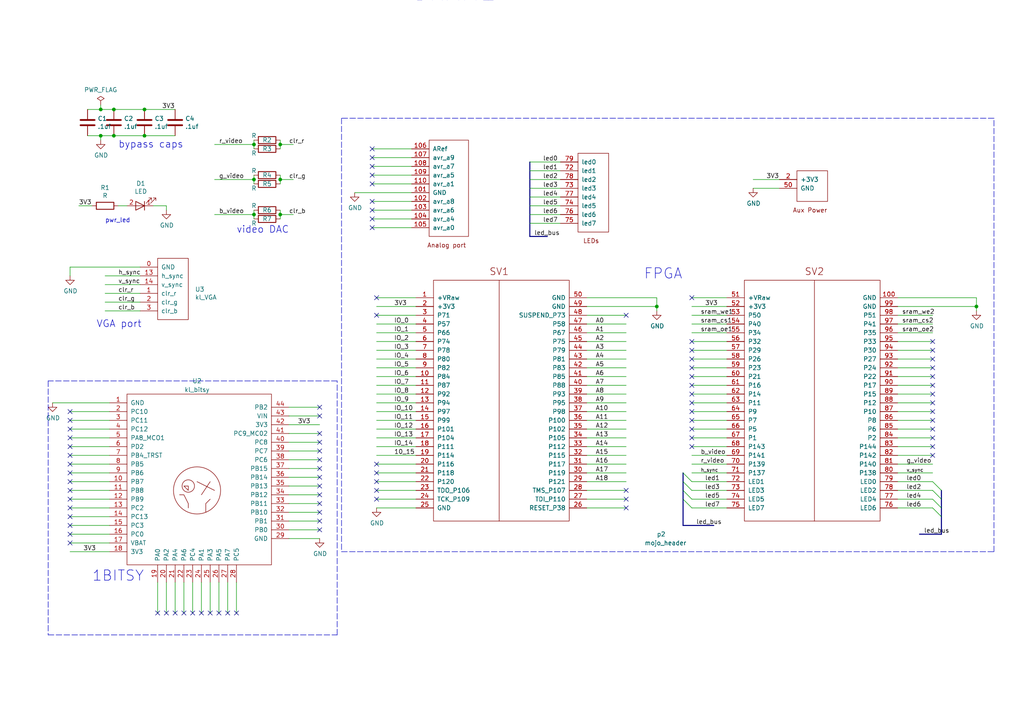
<source format=kicad_sch>
(kicad_sch (version 20231120) (generator "eeschema") (generator_version "8.0")
  (paper "A4")
  (junction (at 81.28 52.07))
  (junction (at 190.5 88.9))
  (junction (at 283.21 88.9))
  (junction (at 90.17 -81.28))
  (junction (at 29.21 39.37))
  (junction (at 73.66 52.07))
  (junction (at 41.91 31.75))
  (junction (at 41.91 39.37))
  (junction (at 73.66 62.23))
  (junction (at 33.02 39.37))
  (junction (at 73.66 41.91))
  (junction (at 33.02 31.75))
  (junction (at 29.21 31.75))
  (junction (at 123.19 -81.28))
  (junction (at 81.28 41.91))
  (junction (at 81.28 62.23))
  (no_connect (at 92.71 148.59))
  (no_connect (at 270.51 111.76))
  (no_connect (at 200.66 109.22))
  (no_connect (at 107.95 43.18))
  (no_connect (at 20.32 119.38))
  (no_connect (at 200.66 127))
  (no_connect (at 92.71 146.05))
  (no_connect (at 92.71 128.27))
  (no_connect (at 20.32 157.48))
  (no_connect (at 270.51 129.54))
  (no_connect (at 109.22 139.7))
  (no_connect (at 107.95 45.72))
  (no_connect (at 109.22 134.62))
  (no_connect (at 181.61 147.32))
  (no_connect (at 109.22 137.16))
  (no_connect (at 107.95 58.42))
  (no_connect (at 20.32 152.4))
  (no_connect (at 200.66 104.14))
  (no_connect (at 109.22 142.24))
  (no_connect (at 20.32 121.92))
  (no_connect (at 200.66 124.46))
  (no_connect (at 200.66 129.54))
  (no_connect (at 20.32 139.7))
  (no_connect (at 200.66 121.92))
  (no_connect (at 270.51 121.92))
  (no_connect (at 270.51 132.08))
  (no_connect (at 20.32 134.62))
  (no_connect (at 20.32 149.86))
  (no_connect (at 109.22 86.36))
  (no_connect (at 270.51 127))
  (no_connect (at 92.71 135.89))
  (no_connect (at 109.22 144.78))
  (no_connect (at 200.66 86.36))
  (no_connect (at 20.32 137.16))
  (no_connect (at 92.71 130.81))
  (no_connect (at 270.51 109.22))
  (no_connect (at 45.72 177.8))
  (no_connect (at 200.66 119.38))
  (no_connect (at 107.95 50.8))
  (no_connect (at 58.42 177.8))
  (no_connect (at 20.32 127))
  (no_connect (at 200.66 111.76))
  (no_connect (at 200.66 114.3))
  (no_connect (at 109.22 91.44))
  (no_connect (at 92.71 133.35))
  (no_connect (at 200.66 106.68))
  (no_connect (at 92.71 151.13))
  (no_connect (at 92.71 143.51))
  (no_connect (at 92.71 153.67))
  (no_connect (at 20.32 154.94))
  (no_connect (at 20.32 132.08))
  (no_connect (at 200.66 99.06))
  (no_connect (at 55.88 177.8))
  (no_connect (at 20.32 142.24))
  (no_connect (at 20.32 124.46))
  (no_connect (at 20.32 129.54))
  (no_connect (at 20.32 144.78))
  (no_connect (at 50.8 177.8))
  (no_connect (at 270.51 104.14))
  (no_connect (at 107.95 66.04))
  (no_connect (at 20.32 147.32))
  (no_connect (at 48.26 177.8))
  (no_connect (at 60.96 177.8))
  (no_connect (at 53.34 177.8))
  (no_connect (at 107.95 63.5))
  (no_connect (at 270.51 99.06))
  (no_connect (at 200.66 116.84))
  (no_connect (at 270.51 114.3))
  (no_connect (at 92.71 125.73))
  (no_connect (at 200.66 101.6))
  (no_connect (at 68.58 177.8))
  (no_connect (at 181.61 144.78))
  (no_connect (at 92.71 140.97))
  (no_connect (at 92.71 120.65))
  (no_connect (at 92.71 118.11))
  (no_connect (at 270.51 124.46))
  (no_connect (at 107.95 53.34))
  (no_connect (at 107.95 60.96))
  (no_connect (at 270.51 116.84))
  (no_connect (at 270.51 106.68))
  (no_connect (at 92.71 138.43))
  (no_connect (at 270.51 101.6))
  (no_connect (at 270.51 119.38))
  (no_connect (at 181.61 91.44))
  (no_connect (at 63.5 177.8))
  (no_connect (at 66.04 177.8))
  (no_connect (at 181.61 142.24))
  (no_connect (at 107.95 48.26))
  (bus_entry (at 101.6 -22.86) (size 2.54 2.54))
  (bus_entry (at 101.6 -50.8) (size 2.54 2.54))
  (bus_entry (at 21.59 -62.23) (size 2.54 2.54))
  (bus_entry (at 72.39 -16.51) (size 2.54 2.54))
  (bus_entry (at 101.6 -20.32) (size 2.54 2.54))
  (bus_entry (at 21.59 -44.45) (size 2.54 2.54))
  (bus_entry (at 153.67 -63.5) (size 2.54 2.54))
  (bus_entry (at 152.4 -10.16) (size 2.54 2.54))
  (bus_entry (at 152.4 -30.48) (size 2.54 2.54))
  (bus_entry (at 101.6 -45.72) (size 2.54 2.54))
  (bus_entry (at 270.51 144.78) (size 2.54 2.54))
  (bus_entry (at 21.59 -46.99) (size 2.54 2.54))
  (bus_entry (at 21.59 -52.07) (size 2.54 2.54))
  (bus_entry (at 152.4 -27.94) (size 2.54 2.54))
  (bus_entry (at 21.59 -21.59) (size 2.54 2.54))
  (bus_entry (at 152.4 -33.02) (size 2.54 2.54))
  (bus_entry (at 152.4 -40.64) (size 2.54 2.54))
  (bus_entry (at 101.6 -33.02) (size 2.54 2.54))
  (bus_entry (at 21.59 -57.15) (size 2.54 2.54))
  (bus_entry (at 270.51 147.32) (size 2.54 2.54))
  (bus_entry (at 72.39 -19.05) (size 2.54 2.54))
  (bus_entry (at 101.6 -60.96) (size 2.54 2.54))
  (bus_entry (at 72.39 -49.53) (size 2.54 2.54))
  (bus_entry (at 21.59 -16.51) (size 2.54 2.54))
  (bus_entry (at 72.39 -44.45) (size 2.54 2.54))
  (bus_entry (at 21.59 -24.13) (size 2.54 2.54))
  (bus_entry (at 72.39 -26.67) (size 2.54 2.54))
  (bus_entry (at 101.6 -63.5) (size 2.54 2.54))
  (bus_entry (at 101.6 -43.18) (size 2.54 2.54))
  (bus_entry (at 72.39 -21.59) (size 2.54 2.54))
  (bus_entry (at 73.66 -64.77) (size 2.54 2.54))
  (bus_entry (at 152.4 -20.32) (size 2.54 2.54))
  (bus_entry (at 73.66 -62.23) (size 2.54 2.54))
  (bus_entry (at 101.6 -15.24) (size 2.54 2.54))
  (bus_entry (at 198.12 144.78) (size 2.54 2.54))
  (bus_entry (at 72.39 -13.97) (size 2.54 2.54))
  (bus_entry (at 72.39 -24.13) (size 2.54 2.54))
  (bus_entry (at 72.39 -31.75) (size 2.54 2.54))
  (bus_entry (at 270.51 142.24) (size 2.54 2.54))
  (bus_entry (at 101.6 -55.88) (size 2.54 2.54))
  (bus_entry (at 198.12 142.24) (size 2.54 2.54))
  (bus_entry (at 153.67 -60.96) (size 2.54 2.54))
  (bus_entry (at 152.4 -45.72) (size 2.54 2.54))
  (bus_entry (at 21.59 -29.21) (size 2.54 2.54))
  (bus_entry (at 152.4 -22.86) (size 2.54 2.54))
  (bus_entry (at 72.39 -46.99) (size 2.54 2.54))
  (bus_entry (at 198.12 137.16) (size 2.54 2.54))
  (bus_entry (at 72.39 -34.29) (size 2.54 2.54))
  (bus_entry (at 21.59 -59.69) (size 2.54 2.54))
  (bus_entry (at 101.6 -17.78) (size 2.54 2.54))
  (bus_entry (at 72.39 -41.91) (size 2.54 2.54))
  (bus_entry (at 152.4 -25.4) (size 2.54 2.54))
  (bus_entry (at 21.59 -34.29) (size 2.54 2.54))
  (bus_entry (at 101.6 -58.42) (size 2.54 2.54))
  (bus_entry (at 152.4 -12.7) (size 2.54 2.54))
  (bus_entry (at 21.59 -49.53) (size 2.54 2.54))
  (bus_entry (at 101.6 -66.04) (size 2.54 2.54))
  (bus_entry (at 101.6 -27.94) (size 2.54 2.54))
  (bus_entry (at 21.59 -67.31) (size 2.54 2.54))
  (bus_entry (at 152.4 -17.78) (size 2.54 2.54))
  (bus_entry (at 101.6 -12.7) (size 2.54 2.54))
  (bus_entry (at 72.39 -11.43) (size 2.54 2.54))
  (bus_entry (at 101.6 -48.26) (size 2.54 2.54))
  (bus_entry (at 73.66 -59.69) (size 2.54 2.54))
  (bus_entry (at 152.4 -48.26) (size 2.54 2.54))
  (bus_entry (at 21.59 -36.83) (size 2.54 2.54))
  (bus_entry (at 21.59 -13.97) (size 2.54 2.54))
  (bus_entry (at 152.4 -15.24) (size 2.54 2.54))
  (bus_entry (at 101.6 -35.56) (size 2.54 2.54))
  (bus_entry (at 101.6 -30.48) (size 2.54 2.54))
  (bus_entry (at 21.59 -19.05) (size 2.54 2.54))
  (bus_entry (at 21.59 -64.77) (size 2.54 2.54))
  (bus_entry (at 21.59 -31.75) (size 2.54 2.54))
  (bus_entry (at 270.51 139.7) (size 2.54 2.54))
  (bus_entry (at 153.67 -58.42) (size 2.54 2.54))
  (bus_entry (at 152.4 -43.18) (size 2.54 2.54))
  (bus_entry (at 198.12 139.7) (size 2.54 2.54))
  (bus_entry (at 72.39 -29.21) (size 2.54 2.54))
  (wire (pts (xy 73.66 52.07) (xy 62.23 52.07)))
  (bus (pts (xy 21.59 -44.45) (xy 21.59 -36.83)))
  (wire (pts (xy 115.57 -15.24) (xy 104.14 -15.24)))
  (wire (pts (xy 120.65 134.62) (xy 109.22 134.62)))
  (bus (pts (xy 101.6 -17.78) (xy 101.6 -15.24)))
  (wire (pts (xy 115.57 -22.86) (xy 104.14 -22.86)))
  (bus (pts (xy 154.94 -20.32) (xy 154.94 -17.78)))
  (polyline (pts (xy 13.97 184.15) (xy 97.79 184.15)) (stroke (width 0) (type dash)))
  (wire (pts (xy 170.18 109.22) (xy 181.61 109.22)))
  (wire (pts (xy 210.82 96.52) (xy 200.66 96.52)))
  (wire (pts (xy 35.56 -11.43) (xy 24.13 -11.43)))
  (wire (pts (xy 210.82 114.3) (xy 200.66 114.3)))
  (wire (pts (xy 210.82 129.54) (xy 200.66 129.54)))
  (wire (pts (xy 210.82 124.46) (xy 200.66 124.46)))
  (wire (pts (xy 81.28 41.91) (xy 81.28 40.64)))
  (bus (pts (xy 154.94 -45.72) (xy 161.29 -45.72)))
  (wire (pts (xy 170.18 88.9) (xy 190.5 88.9)))
  (wire (pts (xy 170.18 121.92) (xy 181.61 121.92)))
  (wire (pts (xy 260.35 119.38) (xy 270.51 119.38)))
  (wire (pts (xy 64.77 -13.97) (xy 72.39 -13.97)))
  (wire (pts (xy 64.77 -31.75) (xy 72.39 -31.75)))
  (wire (pts (xy 144.78 -55.88) (xy 152.4 -55.88)))
  (wire (pts (xy 144.78 -48.26) (xy 152.4 -48.26)))
  (wire (pts (xy 144.78 -35.56) (xy 152.4 -35.56)))
  (wire (pts (xy 260.35 132.08) (xy 270.51 132.08)))
  (wire (pts (xy 113.03 -82.55) (xy 123.19 -82.55)))
  (wire (pts (xy 66.04 168.91) (xy 66.04 177.8)))
  (wire (pts (xy 120.65 147.32) (xy 109.22 147.32)))
  (bus (pts (xy 21.59 -62.23) (xy 21.59 -59.69)))
  (wire (pts (xy 115.57 -12.7) (xy 104.14 -12.7)))
  (wire (pts (xy 170.18 104.14) (xy 181.61 104.14)))
  (bus (pts (xy 74.93 -39.37) (xy 74.93 -31.75)))
  (wire (pts (xy 210.82 121.92) (xy 200.66 121.92)))
  (wire (pts (xy 83.82 125.73) (xy 92.71 125.73)))
  (wire (pts (xy 31.75 121.92) (xy 20.32 121.92)))
  (wire (pts (xy 260.35 116.84) (xy 270.51 116.84)))
  (wire (pts (xy 64.77 -46.99) (xy 72.39 -46.99)))
  (wire (pts (xy 83.82 120.65) (xy 92.71 120.65)))
  (wire (pts (xy 35.56 -62.23) (xy 24.13 -62.23)))
  (wire (pts (xy 115.57 -55.88) (xy 104.14 -55.88)))
  (wire (pts (xy 35.56 -26.67) (xy 24.13 -26.67)))
  (polyline (pts (xy 99.06 160.02) (xy 288.29 160.02)) (stroke (width 0) (type dash)))
  (wire (pts (xy 40.64 90.17) (xy 30.48 90.17)))
  (wire (pts (xy 144.78 -58.42) (xy 153.67 -58.42)))
  (wire (pts (xy 35.56 -54.61) (xy 24.13 -54.61)))
  (wire (pts (xy 260.35 114.3) (xy 270.51 114.3)))
  (bus (pts (xy 101.6 -45.72) (xy 101.6 -43.18)))
  (wire (pts (xy 31.75 160.02) (xy 20.32 160.02)))
  (wire (pts (xy 45.72 168.91) (xy 45.72 177.8)))
  (wire (pts (xy 170.18 116.84) (xy 181.61 116.84)))
  (wire (pts (xy 73.66 52.07) (xy 73.66 53.34)))
  (wire (pts (xy 170.18 93.98) (xy 181.61 93.98)))
  (bus (pts (xy 101.6 -68.58) (xy 101.6 -66.04)))
  (bus (pts (xy 101.6 -60.96) (xy 101.6 -58.42)))
  (wire (pts (xy 115.57 -45.72) (xy 104.14 -45.72)))
  (wire (pts (xy 162.56 62.23) (xy 153.67 62.23)))
  (wire (pts (xy 50.8 168.91) (xy 50.8 177.8)))
  (wire (pts (xy 29.21 31.75) (xy 33.02 31.75)))
  (wire (pts (xy 31.75 137.16) (xy 20.32 137.16)))
  (wire (pts (xy 64.77 -62.23) (xy 73.66 -62.23)))
  (wire (pts (xy 31.75 127) (xy 20.32 127)))
  (bus (pts (xy 74.93 -21.59) (xy 82.55 -21.59)))
  (wire (pts (xy 83.82 148.59) (xy 92.71 148.59)))
  (bus (pts (xy 101.6 -22.86) (xy 101.6 -20.32)))
  (wire (pts (xy 31.75 116.84) (xy 15.24 116.84)))
  (bus (pts (xy 21.59 -64.77) (xy 21.59 -62.23)))
  (bus (pts (xy 101.6 -30.48) (xy 101.6 -27.94)))
  (bus (pts (xy 154.94 -10.16) (xy 154.94 -7.62)))
  (wire (pts (xy 73.66 62.23) (xy 62.23 62.23)))
  (bus (pts (xy 154.94 -20.32) (xy 162.56 -20.32)))
  (bus (pts (xy 21.59 -34.29) (xy 21.59 -31.75)))
  (wire (pts (xy 226.06 54.61) (xy 218.44 54.61)))
  (wire (pts (xy 55.88 168.91) (xy 55.88 177.8)))
  (wire (pts (xy 35.56 -31.75) (xy 24.13 -31.75)))
  (wire (pts (xy 170.18 144.78) (xy 181.61 144.78)))
  (wire (pts (xy 144.78 -30.48) (xy 152.4 -30.48)))
  (wire (pts (xy 144.78 -45.72) (xy 152.4 -45.72)))
  (bus (pts (xy 21.59 -19.05) (xy 21.59 -16.51)))
  (wire (pts (xy 260.35 147.32) (xy 270.51 147.32)))
  (bus (pts (xy 74.93 -16.51) (xy 74.93 -13.97)))
  (wire (pts (xy 144.78 -60.96) (xy 153.67 -60.96)))
  (wire (pts (xy 170.18 124.46) (xy 181.61 124.46)))
  (wire (pts (xy 29.21 31.75) (xy 29.21 30.48)))
  (bus (pts (xy 101.6 -66.04) (xy 101.6 -63.5)))
  (wire (pts (xy 120.65 124.46) (xy 109.22 124.46)))
  (wire (pts (xy 260.35 137.16) (xy 270.51 137.16)))
  (wire (pts (xy 120.65 86.36) (xy 109.22 86.36)))
  (wire (pts (xy 81.28 52.07) (xy 81.28 50.8)))
  (wire (pts (xy 210.82 101.6) (xy 200.66 101.6)))
  (wire (pts (xy 260.35 96.52) (xy 270.51 96.52)))
  (wire (pts (xy 260.35 111.76) (xy 270.51 111.76)))
  (wire (pts (xy 119.38 43.18) (xy 107.95 43.18)))
  (wire (pts (xy 33.02 39.37) (xy 29.21 39.37)))
  (wire (pts (xy 170.18 129.54) (xy 181.61 129.54)))
  (wire (pts (xy 115.57 -30.48) (xy 104.14 -30.48)))
  (wire (pts (xy 58.42 168.91) (xy 58.42 177.8)))
  (wire (pts (xy 35.56 -57.15) (xy 24.13 -57.15)))
  (wire (pts (xy 210.82 132.08) (xy 200.66 132.08)))
  (wire (pts (xy 120.65 127) (xy 109.22 127)))
  (wire (pts (xy 162.56 52.07) (xy 153.67 52.07)))
  (wire (pts (xy 120.65 106.68) (xy 109.22 106.68)))
  (polyline (pts (xy 13.97 110.49) (xy 13.97 184.15)) (stroke (width 0) (type dash)))
  (wire (pts (xy 144.78 -38.1) (xy 149.86 -38.1)))
  (wire (pts (xy 210.82 106.68) (xy 200.66 106.68)))
  (wire (pts (xy 64.77 -11.43) (xy 72.39 -11.43)))
  (wire (pts (xy 170.18 106.68) (xy 181.61 106.68)))
  (wire (pts (xy 170.18 139.7) (xy 181.61 139.7)))
  (wire (pts (xy 40.64 80.01) (xy 30.48 80.01)))
  (bus (pts (xy 21.59 -24.13) (xy 21.59 -21.59)))
  (wire (pts (xy 81.28 63.5) (xy 81.28 62.23)))
  (wire (pts (xy 283.21 88.9) (xy 283.21 90.17)))
  (bus (pts (xy 154.94 -43.18) (xy 154.94 -40.64)))
  (wire (pts (xy 119.38 66.04) (xy 107.95 66.04)))
  (wire (pts (xy 170.18 127) (xy 181.61 127)))
  (wire (pts (xy 210.82 144.78) (xy 200.66 144.78)))
  (wire (pts (xy 120.65 101.6) (xy 109.22 101.6)))
  (wire (pts (xy 115.57 -50.8) (xy 104.14 -50.8)))
  (wire (pts (xy 260.35 88.9) (xy 283.21 88.9)))
  (wire (pts (xy 35.56 -59.69) (xy 24.13 -59.69)))
  (bus (pts (xy 74.93 -41.91) (xy 74.93 -39.37)))
  (wire (pts (xy 162.56 57.15) (xy 153.67 57.15)))
  (wire (pts (xy 170.18 99.06) (xy 181.61 99.06)))
  (bus (pts (xy 101.6 -6.35) (xy 107.95 -6.35)))
  (wire (pts (xy 210.82 88.9) (xy 200.66 88.9)))
  (wire (pts (xy 210.82 93.98) (xy 200.66 93.98)))
  (bus (pts (xy 156.21 -60.96) (xy 156.21 -58.42)))
  (wire (pts (xy 64.77 -24.13) (xy 72.39 -24.13)))
  (wire (pts (xy 260.35 91.44) (xy 270.51 91.44)))
  (wire (pts (xy 120.65 111.76) (xy 109.22 111.76)))
  (wire (pts (xy 170.18 111.76) (xy 181.61 111.76)))
  (wire (pts (xy 25.4 31.75) (xy 29.21 31.75)))
  (wire (pts (xy 119.38 53.34) (xy 107.95 53.34)))
  (wire (pts (xy 260.35 104.14) (xy 270.51 104.14)))
  (bus (pts (xy 74.93 -46.99) (xy 74.93 -44.45)))
  (wire (pts (xy 64.77 -54.61) (xy 72.39 -54.61)))
  (wire (pts (xy 210.82 99.06) (xy 200.66 99.06)))
  (bus (pts (xy 101.6 -35.56) (xy 101.6 -33.02)))
  (wire (pts (xy 64.77 -39.37) (xy 69.85 -39.37)))
  (bus (pts (xy 96.52 -50.8) (xy 101.6 -50.8)))
  (wire (pts (xy 102.87 55.88) (xy 119.38 55.88)))
  (wire (pts (xy 31.75 134.62) (xy 20.32 134.62)))
  (bus (pts (xy 21.59 -36.83) (xy 21.59 -34.29)))
  (wire (pts (xy 210.82 134.62) (xy 200.66 134.62)))
  (wire (pts (xy 31.75 157.48) (xy 20.32 157.48)))
  (wire (pts (xy 35.56 -52.07) (xy 24.13 -52.07)))
  (wire (pts (xy 115.57 -20.32) (xy 104.14 -20.32)))
  (wire (pts (xy 123.19 -82.55) (xy 123.19 -81.28)))
  (bus (pts (xy 74.93 -31.75) (xy 74.93 -29.21)))
  (wire (pts (xy 260.35 139.7) (xy 270.51 139.7)))
  (wire (pts (xy 73.66 43.18) (xy 73.66 41.91)))
  (wire (pts (xy 35.56 -21.59) (xy 24.13 -21.59)))
  (bus (pts (xy 154.94 -27.94) (xy 154.94 -25.4)))
  (wire (pts (xy 162.56 59.69) (xy 153.67 59.69)))
  (wire (pts (xy 144.78 -15.24) (xy 152.4 -15.24)))
  (wire (pts (xy 82.55 -82.55) (xy 90.17 -82.55)))
  (wire (pts (xy 83.82 123.19) (xy 92.71 123.19)))
  (wire (pts (xy 120.65 142.24) (xy 109.22 142.24)))
  (wire (pts (xy 144.78 -20.32) (xy 152.4 -20.32)))
  (wire (pts (xy 144.78 -40.64) (xy 152.4 -40.64)))
  (wire (pts (xy 144.78 -22.86) (xy 152.4 -22.86)))
  (wire (pts (xy 260.35 127) (xy 270.51 127)))
  (bus (pts (xy 74.93 -44.45) (xy 74.93 -41.91)))
  (wire (pts (xy 40.64 82.55) (xy 30.48 82.55)))
  (bus (pts (xy 154.94 -25.4) (xy 154.94 -22.86)))
  (wire (pts (xy 170.18 137.16) (xy 181.61 137.16)))
  (wire (pts (xy 64.77 -52.07) (xy 72.39 -52.07)))
  (bus (pts (xy 101.6 -12.7) (xy 101.6 -6.35)))
  (bus (pts (xy 154.94 -38.1) (xy 154.94 -30.48)))
  (wire (pts (xy 115.57 -43.18) (xy 104.14 -43.18)))
  (wire (pts (xy 120.65 139.7) (xy 109.22 139.7)))
  (wire (pts (xy 260.35 93.98) (xy 270.51 93.98)))
  (bus (pts (xy 21.59 -49.53) (xy 21.59 -46.99)))
  (bus (pts (xy 74.93 -26.67) (xy 74.93 -24.13)))
  (wire (pts (xy 31.75 132.08) (xy 20.32 132.08)))
  (bus (pts (xy 76.2 -62.23) (xy 76.2 -59.69)))
  (wire (pts (xy 144.78 -17.78) (xy 152.4 -17.78)))
  (wire (pts (xy 53.34 168.91) (xy 53.34 177.8)))
  (bus (pts (xy 21.59 -7.62) (xy 27.94 -7.62)))
  (bus (pts (xy 273.05 147.32) (xy 273.05 149.86)))
  (wire (pts (xy 35.56 -34.29) (xy 24.13 -34.29)))
  (wire (pts (xy 68.58 168.91) (xy 68.58 177.8)))
  (wire (pts (xy 144.78 -10.16) (xy 152.4 -10.16)))
  (bus (pts (xy 76.2 -59.69) (xy 76.2 -57.15)))
  (wire (pts (xy 260.35 106.68) (xy 270.51 106.68)))
  (wire (pts (xy 31.75 124.46) (xy 20.32 124.46)))
  (wire (pts (xy 115.57 -38.1) (xy 104.14 -38.1)))
  (wire (pts (xy 210.82 147.32) (xy 200.66 147.32)))
  (wire (pts (xy 260.35 101.6) (xy 270.51 101.6)))
  (wire (pts (xy 210.82 111.76) (xy 200.66 111.76)))
  (bus (pts (xy 198.12 142.24) (xy 198.12 144.78)))
  (wire (pts (xy 81.28 62.23) (xy 81.28 60.96)))
  (wire (pts (xy 64.77 -26.67) (xy 72.39 -26.67)))
  (bus (pts (xy 273.05 154.94) (xy 266.7 154.94)))
  (wire (pts (xy 64.77 -41.91) (xy 72.39 -41.91)))
  (bus (pts (xy 21.59 -31.75) (xy 21.59 -29.21)))
  (wire (pts (xy 120.65 129.54) (xy 109.22 129.54)))
  (bus (pts (xy 21.59 -46.99) (xy 21.59 -44.45)))
  (bus (pts (xy 74.93 -8.89) (xy 74.93 -5.08)))
  (wire (pts (xy 35.56 -24.13) (xy 24.13 -24.13)))
  (bus (pts (xy 154.94 -40.64) (xy 154.94 -38.1)))
  (wire (pts (xy 260.35 86.36) (xy 283.21 86.36)))
  (wire (pts (xy 260.35 109.22) (xy 270.51 109.22)))
  (polyline (pts (xy 97.79 110.49) (xy 13.97 110.49)) (stroke (width 0) (type dash)))
  (bus (pts (xy 21.59 -13.97) (xy 21.59 -7.62)))
  (wire (pts (xy 83.82 151.13) (xy 92.71 151.13)))
  (wire (pts (xy 115.57 -10.16) (xy 104.14 -10.16)))
  (wire (pts (xy 50.8 39.37) (xy 41.91 39.37)))
  (wire (pts (xy 162.56 46.99) (xy 153.67 46.99)))
  (wire (pts (xy 90.17 -80.01) (xy 90.17 -81.28)))
  (wire (pts (xy 260.35 144.78) (xy 270.51 144.78)))
  (bus (pts (xy 101.6 -43.18) (xy 101.6 -35.56)))
  (wire (pts (xy 31.75 142.24) (xy 20.32 142.24)))
  (wire (pts (xy 144.78 -63.5) (xy 153.67 -63.5)))
  (wire (pts (xy 120.65 121.92) (xy 109.22 121.92)))
  (bus (pts (xy 273.05 142.24) (xy 273.05 144.78)))
  (wire (pts (xy 35.56 -49.53) (xy 24.13 -49.53)))
  (wire (pts (xy 123.19 -81.28) (xy 123.19 -80.01)))
  (wire (pts (xy 144.78 -33.02) (xy 152.4 -33.02)))
  (wire (pts (xy 31.75 129.54) (xy 20.32 129.54)))
  (wire (pts (xy 260.35 99.06) (xy 270.51 99.06)))
  (wire (pts (xy 26.67 59.69) (xy 22.86 59.69)))
  (wire (pts (xy 63.5 168.91) (xy 63.5 177.8)))
  (wire (pts (xy 34.29 59.69) (xy 36.83 59.69)))
  (wire (pts (xy 210.82 86.36) (xy 200.66 86.36)))
  (wire (pts (xy 115.57 -17.78) (xy 104.14 -17.78)))
  (wire (pts (xy 120.65 137.16) (xy 109.22 137.16)))
  (bus (pts (xy 198.12 152.4) (xy 207.01 152.4)))
  (wire (pts (xy 119.38 50.8) (xy 107.95 50.8)))
  (wire (pts (xy 115.57 -25.4) (xy 104.14 -25.4)))
  (wire (pts (xy 144.78 -12.7) (xy 152.4 -12.7)))
  (bus (pts (xy 101.6 -68.58) (xy 99.06 -68.58)))
  (wire (pts (xy 170.18 114.3) (xy 181.61 114.3)))
  (wire (pts (xy 35.56 -36.83) (xy 30.48 -36.83)))
  (bus (pts (xy 21.59 -52.07) (xy 21.59 -49.53)))
  (wire (pts (xy 123.19 -81.28) (xy 127 -81.28)))
  (wire (pts (xy 29.21 39.37) (xy 29.21 40.64)))
  (wire (pts (xy 170.18 134.62) (xy 181.61 134.62)))
  (wire (pts (xy 170.18 101.6) (xy 181.61 101.6)))
  (bus (pts (xy 156.21 -60.96) (xy 162.56 -60.96)))
  (wire (pts (xy 144.78 -53.34) (xy 152.4 -53.34)))
  (polyline (pts (xy 288.29 34.29) (xy 99.06 34.29)) (stroke (width 0) (type dash)))
  (bus (pts (xy 154.94 -30.48) (xy 154.94 -27.94)))
  (wire (pts (xy 170.18 132.08) (xy 181.61 132.08)))
  (bus (pts (xy 76.2 -62.23) (xy 82.55 -62.23)))
  (bus (pts (xy 154.94 -15.24) (xy 154.94 -12.7)))
  (bus (pts (xy 198.12 144.78) (xy 198.12 152.4)))
  (bus (pts (xy 154.94 -17.78) (xy 154.94 -15.24)))
  (wire (pts (xy 64.77 -21.59) (xy 72.39 -21.59)))
  (bus (pts (xy 21.59 -67.31) (xy 21.59 -64.77)))
  (bus (pts (xy 154.94 -45.72) (xy 154.94 -43.18)))
  (bus (pts (xy 101.6 -63.5) (xy 101.6 -60.96)))
  (bus (pts (xy 21.59 -59.69) (xy 21.59 -57.15)))
  (wire (pts (xy 260.35 142.24) (xy 270.51 142.24)))
  (wire (pts (xy 210.82 91.44) (xy 200.66 91.44)))
  (wire (pts (xy 210.82 127) (xy 200.66 127)))
  (wire (pts (xy 162.56 54.61) (xy 153.67 54.61)))
  (wire (pts (xy 170.18 119.38) (xy 181.61 119.38)))
  (wire (pts (xy 107.95 -82.55) (xy 99.06 -82.55)))
  (wire (pts (xy 81.28 52.07) (xy 85.09 52.07)))
  (wire (pts (xy 115.57 -35.56) (xy 110.49 -35.56)))
  (polyline (pts (xy 97.79 184.15) (xy 97.79 110.49)) (stroke (width 0) (type dash)))
  (wire (pts (xy 144.78 -43.18) (xy 152.4 -43.18)))
  (wire (pts (xy 120.65 99.06) (xy 109.22 99.06)))
  (wire (pts (xy 115.57 -60.96) (xy 104.14 -60.96)))
  (bus (pts (xy 153.67 46.99) (xy 153.67 68.58)))
  (wire (pts (xy 35.56 -41.91) (xy 24.13 -41.91)))
  (wire (pts (xy 64.77 -36.83) (xy 72.39 -36.83)))
  (bus (pts (xy 74.93 -29.21) (xy 74.93 -26.67)))
  (wire (pts (xy 40.64 87.63) (xy 30.48 87.63)))
  (wire (pts (xy 119.38 63.5) (xy 107.95 63.5)))
  (wire (pts (xy 210.82 142.24) (xy 200.66 142.24)))
  (bus (pts (xy 198.12 137.16) (xy 198.12 139.7)))
  (wire (pts (xy 119.38 58.42) (xy 107.95 58.42)))
  (wire (pts (xy 120.65 104.14) (xy 109.22 104.14)))
  (bus (pts (xy 101.6 -33.02) (xy 101.6 -30.48)))
  (wire (pts (xy 115.57 -58.42) (xy 104.14 -58.42)))
  (wire (pts (xy 60.96 168.91) (xy 60.96 177.8)))
  (wire (pts (xy 35.56 -13.97) (xy 24.13 -13.97)))
  (wire (pts (xy 64.77 -57.15) (xy 72.39 -57.15)))
  (bus (pts (xy 101.6 -20.32) (xy 101.6 -17.78)))
  (wire (pts (xy 73.66 60.96) (xy 73.66 62.23)))
  (wire (pts (xy 64.77 -29.21) (xy 72.39 -29.21)))
  (wire (pts (xy 64.77 -49.53) (xy 72.39 -49.53)))
  (wire (pts (xy 90.17 -81.28) (xy 90.17 -82.55)))
  (wire (pts (xy 24.13 -64.77) (xy 35.56 -64.77)))
  (wire (pts (xy 170.18 142.24) (xy 181.61 142.24)))
  (wire (pts (xy 119.38 48.26) (xy 107.95 48.26)))
  (wire (pts (xy 115.57 -27.94) (xy 104.14 -27.94)))
  (bus (pts (xy 273.05 144.78) (xy 273.05 147.32)))
  (wire (pts (xy 90.17 -81.28) (xy 92.71 -81.28)))
  (wire (pts (xy 81.28 53.34) (xy 81.28 52.07)))
  (wire (pts (xy 83.82 146.05) (xy 92.71 146.05)))
  (wire (pts (xy 119.38 45.72) (xy 107.95 45.72)))
  (wire (pts (xy 120.65 132.08) (xy 109.22 132.08)))
  (bus (pts (xy 21.59 -16.51) (xy 21.59 -13.97)))
  (wire (pts (xy 41.91 31.75) (xy 50.8 31.75)))
  (wire (pts (xy 48.26 59.69) (xy 48.26 60.96)))
  (wire (pts (xy 31.75 144.78) (xy 20.32 144.78)))
  (wire (pts (xy 48.26 168.91) (xy 48.26 177.8)))
  (bus (pts (xy 21.59 -21.59) (xy 21.59 -19.05)))
  (wire (pts (xy 115.57 -33.02) (xy 104.14 -33.02)))
  (bus (pts (xy 101.6 -15.24) (xy 101.6 -12.7)))
  (wire (pts (xy 81.28 41.91) (xy 85.09 41.91)))
  (wire (pts (xy 33.02 31.75) (xy 41.91 31.75)))
  (wire (pts (xy 82.55 -80.01) (xy 90.17 -80.01)))
  (bus (pts (xy 74.93 -46.99) (xy 81.28 -46.99)))
  (wire (pts (xy 35.56 -46.99) (xy 24.13 -46.99)))
  (wire (pts (xy 20.32 77.47) (xy 20.32 80.01)))
  (wire (pts (xy 31.75 147.32) (xy 20.32 147.32)))
  (wire (pts (xy 77.47 -80.01) (xy 68.58 -80.01)))
  (wire (pts (xy 31.75 154.94) (xy 20.32 154.94)))
  (wire (pts (xy 81.28 43.18) (xy 81.28 41.91)))
  (bus (pts (xy 154.94 -7.62) (xy 154.94 -3.81)))
  (wire (pts (xy 44.45 59.69) (xy 48.26 59.69)))
  (wire (pts (xy 83.82 130.81) (xy 92.71 130.81)))
  (bus (pts (xy 74.93 -13.97) (xy 74.93 -11.43)))
  (wire (pts (xy 83.82 156.21) (xy 92.71 156.21)))
  (wire (pts (xy 64.77 -16.51) (xy 72.39 -16.51)))
  (wire (pts (xy 115.57 -48.26) (xy 104.14 -48.26)))
  (wire (pts (xy 210.82 137.16) (xy 200.66 137.16)))
  (wire (pts (xy 170.18 86.36) (xy 190.5 86.36)))
  (wire (pts (xy 162.56 64.77) (xy 153.67 64.77)))
  (bus (pts (xy 16.51 -52.07) (xy 21.59 -52.07)))
  (wire (pts (xy 35.56 -44.45) (xy 24.13 -44.45)))
  (wire (pts (xy 170.18 91.44) (xy 181.61 91.44)))
  (wire (pts (xy 83.82 140.97) (xy 92.71 140.97)))
  (wire (pts (xy 119.38 60.96) (xy 107.95 60.96)))
  (wire (pts (xy 170.18 96.52) (xy 181.61 96.52)))
  (wire (pts (xy 31.75 139.7) (xy 20.32 139.7)))
  (wire (pts (xy 115.57 -40.64) (xy 104.14 -40.64)))
  (wire (pts (xy 31.75 149.86) (xy 20.32 149.86)))
  (wire (pts (xy 120.65 96.52) (xy 109.22 96.52)))
  (bus (pts (xy 101.6 -48.26) (xy 101.6 -45.72)))
  (wire (pts (xy 64.77 -59.69) (xy 73.66 -59.69)))
  (bus (pts (xy 273.05 149.86) (xy 273.05 154.94)))
  (bus (pts (xy 21.59 -69.85) (xy 21.59 -67.31)))
  (wire (pts (xy 113.03 -80.01) (xy 123.19 -80.01)))
  (wire (pts (xy 260.35 134.62) (xy 270.51 134.62)))
  (wire (pts (xy 83.82 135.89) (xy 92.71 135.89)))
  (wire (pts (xy 64.77 -34.29) (xy 72.39 -34.29)))
  (wire (pts (xy 120.65 93.98) (xy 109.22 93.98)))
  (wire (pts (xy 35.56 -19.05) (xy 24.13 -19.05)))
  (wire (pts (xy 35.56 -39.37) (xy 24.13 -39.37)))
  (wire (pts (xy 210.82 139.7) (xy 200.66 139.7)))
  (wire (pts (xy 260.35 129.54) (xy 270.51 129.54)))
  (wire (pts (xy 190.5 86.36) (xy 190.5 88.9)))
  (wire (pts (xy 120.65 116.84) (xy 109.22 116.84)))
  (bus (pts (xy 74.93 -19.05) (xy 74.93 -16.51)))
  (wire (pts (xy 40.64 85.09) (xy 30.48 85.09)))
  (wire (pts (xy 190.5 88.9) (xy 190.5 90.17)))
  (wire (pts (xy 283.21 86.36) (xy 283.21 88.9)))
  (wire (pts (xy 104.14 -63.5) (xy 115.57 -63.5)))
  (wire (pts (xy 162.56 49.53) (xy 153.67 49.53)))
  (bus (pts (xy 154.94 -12.7) (xy 154.94 -10.16)))
  (wire (pts (xy 210.82 109.22) (xy 200.66 109.22)))
  (wire (pts (xy 35.56 -16.51) (xy 24.13 -16.51)))
  (bus (pts (xy 21.59 -69.85) (xy 19.05 -69.85)))
  (wire (pts (xy 64.77 -44.45) (xy 72.39 -44.45)))
  (polyline (pts (xy 288.29 160.02) (xy 288.29 34.29)) (stroke (width 0) (type dash)))
  (wire (pts (xy 73.66 41.91) (xy 73.66 40.64)))
  (wire (pts (xy 73.66 62.23) (xy 73.66 63.5)))
  (wire (pts (xy 120.65 144.78) (xy 109.22 144.78)))
  (wire (pts (xy 77.47 -82.55) (xy 68.58 -82.55)))
  (bus (pts (xy 101.6 -50.8) (xy 101.6 -48.26)))
  (wire (pts (xy 31.75 119.38) (xy 20.32 119.38)))
  (wire (pts (xy 107.95 -80.01) (xy 99.06 -80.01)))
  (wire (pts (xy 120.65 114.3) (xy 109.22 114.3)))
  (bus (pts (xy 153.67 68.58) (xy 158.75 68.58)))
  (wire (pts (xy 120.65 119.38) (xy 109.22 119.38)))
  (bus (pts (xy 198.12 139.7) (xy 198.12 142.24)))
  (wire (pts (xy 120.65 88.9) (xy 109.22 88.9)))
  (wire (pts (xy 144.78 -27.94) (xy 152.4 -27.94)))
  (bus (pts (xy 156.21 -58.42) (xy 156.21 -55.88)))
  (wire (pts (xy 73.66 41.91) (xy 62.23 41.91)))
  (wire (pts (xy 170.18 147.32) (xy 181.61 147.32)))
  (wire (pts (xy 31.75 152.4) (xy 20.32 152.4)))
  (wire (pts (xy 83.82 133.35) (xy 92.71 133.35)))
  (bus (pts (xy 74.93 -11.43) (xy 74.93 -8.89)))
  (wire (pts (xy 83.82 118.11) (xy 92.71 118.11)))
  (wire (pts (xy 35.56 -29.21) (xy 24.13 -29.21)))
  (wire (pts (xy 73.66 50.8) (xy 73.66 52.07)))
  (bus (pts (xy 74.93 -21.59) (xy 74.93 -19.05)))
  (wire (pts (xy 83.82 153.67) (xy 92.71 153.67)))
  (wire (pts (xy 64.77 -19.05) (xy 72.39 -19.05)))
  (wire (pts (xy 83.82 143.51) (xy 92.71 143.51)))
  (wire (pts (xy 226.06 52.07) (xy 218.44 52.07)))
  (wire (pts (xy 64.77 -64.77) (xy 73.66 -64.77)))
  (wire (pts (xy 260.35 124.46) (xy 270.51 124.46)))
  (polyline (pts (xy 99.06 34.29) (xy 99.06 160.02)) (stroke (width 0) (type dash)))
  (wire (pts (xy 81.28 62.23) (xy 85.09 62.23)))
  (wire (pts (xy 260.35 121.92) (xy 270.51 121.92)))
  (wire (pts (xy 120.65 91.44) (xy 109.22 91.44)))
  (wire (pts (xy 83.82 128.27) (xy 92.71 128.27)))
  (wire (pts (xy 29.21 39.37) (xy 25.4 39.37)))
  (wire (pts (xy 40.64 77.47) (xy 20.32 77.47)))
  (wire (pts (xy 144.78 -25.4) (xy 152.4 -25.4)))
  (wire (pts (xy 210.82 119.38) (xy 200.66 119.38)))
  (wire (pts (xy 210.82 116.84) (xy 200.66 116.84)))
  (wire (pts (xy 120.65 109.22) (xy 109.22 109.22)))
  (wire (pts (xy 115.57 -53.34) (xy 104.14 -53.34)))
  (wire (pts (xy 83.82 138.43) (xy 92.71 138.43)))
  (wire (pts (xy 210.82 104.14) (xy 200.66 104.14)))
  (wire (pts (xy 144.78 -50.8) (xy 152.4 -50.8)))
  (wire (pts (xy 41.91 39.37) (xy 33.02 39.37)))
  (bus (pts (xy 101.6 -58.42) (xy 101.6 -55.88)))
  (text "bypass caps" (at 34.29 43.18 0) (effects (font (size 2.0066 2.0066)) (justify left bottom)))
  (text "1BITSY\n" (at 26.67 168.91 0) (effects (font (size 2.9972 2.9972)) (justify left bottom)))
  (text "SRAM1\n\n" (at 119.38 8.89 0) (effects (font (size 5.0038 5.0038)) (justify left bottom)))
  (text "pwr_led\n" (at 30.48 64.77 0) (effects (font (size 1.27 1.27)) (justify left bottom)))
  (text "video DAC\n\n" (at 68.58 71.12 0) (effects (font (size 2.0066 2.0066)) (justify left bottom)))
  (text "SRAM2\n\n" (at 39.37 7.62 0) (effects (font (size 5.0038 5.0038)) (justify left bottom)))
  (text "VGA port\n" (at 27.94 95.25 0) (effects (font (size 2.0066 2.0066)) (justify left bottom)))
  (text "FPGA\n" (at 186.69 81.28 0) (effects (font (size 2.9972 2.9972)) (justify left bottom)))
  (label "v_sync" (at 262.89 137.16 0) (effects (font (size 0.9906 0.9906))))
  (label "IO_6" (at 105.41 -27.94 0))
  (label "led4" (at 157.48 57.15 0))
  (label "sram_ub2" (at 99.06 -80.01 0))
  (label "A2" (at 172.72 99.06 0))
  (label "A9" (at 146.05 -17.78 0))
  (label "g_video" (at 63.5 52.07 0))
  (label "sram_oe1" (at 203.2 96.52 0))
  (label "sram_ub2" (at 67.31 -54.61 0))
  (label "A1" (at 172.72 96.52 0))
  (label "addr_bus" (at 20.32 -69.85 0))
  (label "IO_12" (at 147.32 -40.64 0))
  (label "A4" (at 109.22 -63.5 0))
  (label "led6" (at 262.89 147.32 0))
  (label "A5" (at 67.31 -64.77 0))
  (label "IO_4" (at 105.41 -33.02 0))
  (label "IO_5" (at 105.41 -30.48 0))
  (label "3V3" (at 114.3 88.9 0))
  (label "IO_13" (at 114.3 127 0))
  (label "A2" (at 109.22 -58.42 0))
  (label "IO_14" (at 67.31 -46.99 0))
  (label "A4" (at 172.72 104.14 0))
  (label "A5" (at 172.72 106.68 0))
  (label "io_bus" (at 16.51 -52.07 0))
  (label "IO_0" (at 29.21 -49.53 0))
  (label "led7" (at 157.48 64.77 0))
  (label "IO_10" (at 114.3 119.38 0))
  (label "sram_cs2" (at 25.4 -52.07 0))
  (label "IO_12" (at 114.3 124.46 0))
  (label "A7" (at 172.72 111.76 0))
  (label "IO_7" (at 114.3 111.76 0))
  (label "A0" (at 109.22 -53.34 0))
  (label "A5" (at 147.32 -63.5 0))
  (label "IO_15" (at 67.31 -49.53 0))
  (label "IO_13" (at 67.31 -44.45 0))
  (label "A4" (at 29.21 -64.77 0))
  (label "A12" (at 106.68 -10.16 0))
  (label "IO_5" (at 25.4 -31.75 0))
  (label "led7" (at 204.47 147.32 0))
  (label "A7" (at 147.32 -58.42 0))
  (label "led0" (at 157.48 46.99 0))
  (label "3V3" (at 22.86 59.69 0))
  (label "sram_cs1" (at 105.41 -50.8 0))
  (label "clr_b" (at 34.29 90.17 0))
  (label "sram_lb2" (at 99.06 -82.55 0))
  (label "sram_we1" (at 203.2 91.44 0))
  (label "led1" (at 157.48 49.53 0))
  (label "h_sync" (at 203.2 137.16 0) (effects (font (size 0.9906 0.9906))))
  (label "IO_7" (at 25.4 -26.67 0))
  (label "A2" (at 29.21 -59.69 0))
  (label "A1" (at 29.21 -57.15 0))
  (label "b_video" (at 63.5 62.23 0))
  (label "A8" (at 66.04 -21.59 0))
  (label "A16" (at 172.72 134.62 0))
  (label "IO_2" (at 29.21 -44.45 0))
  (label "A16" (at 26.67 -21.59 0))
  (label "clr_g" (at 83.82 52.07 0))
  (label "A13" (at 26.67 -13.97 0))
  (label "A6" (at 172.72 109.22 0))
  (label "3V3" (at 144.78 -35.56 0))
  (label "io_bus" (at 76.2 -46.99 0))
  (label "A9" (at 66.04 -19.05 0))
  (label "clr_g" (at 34.29 87.63 0))
  (label "IO_13" (at 147.32 -43.18 0))
  (label "io_bus" (at 156.21 -45.72 0))
  (label "addr_bus" (at 77.47 -62.23 0))
  (label "3V3" (at 107.95 -38.1 0))
  (label "A1" (at 109.22 -55.88 0))
  (label "sram_oe1" (at 147.32 -55.88 0))
  (label "A8" (at 146.05 -20.32 0))
  (label "sram_cs2" (at 261.62 93.98 0))
  (label "IO_6" (at 114.3 109.22 0))
  (label "IO_3" (at 109.22 -40.64 0))
  (label "A15" (at 106.68 -17.78 0))
  (label "IO_6" (at 25.4 -29.21 0))
  (label "clr_b" (at 83.82 62.23 0))
  (label "IO_1" (at 29.21 -46.99 0))
  (label "IO_4" (at 25.4 -34.29 0))
  (label "A18" (at 146.05 -22.86 0))
  (label "addr_bus" (at 77.47 -21.59 0))
  (label "v_sync" (at 34.29 82.55 0))
  (label "A6" (at 67.31 -62.23 0))
  (label "g_video" (at 262.89 134.62 0))
  (label "A11" (at 66.04 -13.97 0))
  (label "addr_bus" (at 157.48 -20.32 0))
  (label "r_video" (at 63.5 41.91 0))
  (label "A9" (at 172.72 116.84 0))
  (label "A15" (at 26.67 -19.05 0))
  (label "sram_ub1" (at 147.32 -53.34 0))
  (label "sram_ub1" (at 68.58 -80.01 0))
  (label "sram_oe2" (at 261.62 96.52 0))
  (label "IO_11" (at 146.05 -33.02 0))
  (label "led_bus" (at 201.93 152.4 0))
  (label "sram_lb1" (at 147.32 -50.8 0))
  (label "A16" (at 106.68 -20.32 0))
  (label "sram_we2" (at 261.62 91.44 0))
  (label "A17" (at 146.05 -10.16 0))
  (label "r_video" (at 203.2 134.62 0))
  (label "A14" (at 106.68 -15.24 0))
  (label "clr_r" (at 83.82 41.91 0))
  (label "sram_lb1" (at 68.58 -82.55 0))
  (label "h_sync" (at 34.29 80.01 0))
  (label "IO_11" (at 114.3 121.92 0))
  (label "b_video" (at 203.2 132.08 0))
  (label "sram_we1" (at 106.68 -22.86 0))
  (label "IO_10" (at 66.04 -31.75 0))
  (label "3V3" (at 24.13 160.02 0))
  (label "A7" (at 67.31 -59.69 0))
  (label "IO_2" (at 109.22 -43.18 0))
  (label "led_bus" (at 154.94 68.58 0))
  (label "addr_bus" (at 157.48 -60.96 0))
  (label "10_15" (at 114.3 132.08 0))
  (label "3V3" (at 46.99 31.75 0))
  (label "A14" (at 172.72 129.54 0))
  (label "A13" (at 106.68 -12.7 0))
  (label "3V3" (at 27.94 -39.37 0))
  (label "IO_11" (at 66.04 -34.29 0))
  (label "A11" (at 172.72 121.92 0))
  (label "led2" (at 157.48 52.07 0))
  (label "IO_5" (at 114.3 106.68 0))
  (label "A3" (at 172.72 101.6 0))
  (label "led5" (at 157.48 59.69 0))
  (label "IO_0" (at 114.3 93.98 0))
  (label "sram_lb2" (at 67.31 -52.07 0))
  (label "IO_3" (at 114.3 101.6 0))
  (label "A13" (at 172.72 127 0))
  (label "led3" (at 204.47 142.24 0))
  (label "IO_14" (at 114.3 129.54 0))
  (label "A8" (at 172.72 114.3 0))
  (label "A3" (at 109.22 -60.96 0))
  (label "IO_9" (at 66.04 -29.21 0))
  (label "A15" (at 172.72 132.08 0))
  (label "IO_8" (at 146.05 -25.4 0))
  (label "IO_8" (at 114.3 114.3 0))
  (label "led4" (at 262.89 144.78 0))
  (label "IO_8" (at 66.04 -26.67 0))
  (label "A18" (at 66.04 -24.13 0))
  (label "led6" (at 157.48 62.23 0))
  (label "IO_7" (at 105.41 -25.4 0))
  (label "IO_2" (at 114.3 99.06 0))
  (label "A10" (at 172.72 119.38 0))
  (label "A6" (at 147.32 -60.96 0))
  (label "A10" (at 66.04 -16.51 0))
  (label "A0" (at 29.21 -54.61 0))
  (label "IO_12" (at 67.31 -41.91 0))
  (label "A17" (at 172.72 137.16 0))
  (label "led_bus" (at 267.97 154.94 0))
  (label "led5" (at 204.47 144.78 0))
  (label "led3" (at 157.48 54.61 0))
  (label "IO_9" (at 146.05 -27.94 0))
  (label "A3" (at 29.21 -62.23 0))
  (label "clr_r" (at 34.29 85.09 0))
  (label "IO_9" (at 114.3 116.84 0))
  (label "IO_3" (at 29.21 -41.91 0))
  (label "addr_bus" (at 100.33 -68.58 0))
  (label "IO_4" (at 114.3 104.14 0))
  (label "A11" (at 146.05 -12.7 0))
  (label "IO_10" (at 146.05 -30.48 0))
  (label "addr_bus" (at 22.86 -7.62 0))
  (label "IO_1" (at 109.22 -45.72 0))
  (label "addr_bus" (at 102.87 -6.35 0))
  (label "led2" (at 262.89 142.24 0))
  (label "led0" (at 262.89 139.7 0))
  (label "io_bus" (at 96.52 -50.8 0))
  (label "3V3" (at 64.77 -36.83 0))
  (label "IO_15" (at 147.32 -48.26 0))
  (label "A18" (at 172.72 139.7 0))
  (label "3V3" (at 86.36 123.19 0))
  (label "sram_cs1" (at 203.2 93.98 0))
  (label "A17" (at 66.04 -11.43 0))
  (label "A10" (at 146.05 -15.24 0))
  (label "A14" (at 26.67 -16.51 0))
  (label "sram_we2" (at 26.67 -24.13 0))
  (label "A12" (at 26.67 -11.43 0))
  (label "IO_0" (at 109.22 -48.26 0))
  (label "sram_oe2" (at 67.31 -57.15 0))
  (label "3V3" (at 222.25 52.07 0))
  (label "3V3" (at 204.47 88.9 0))
  (label "A0" (at 172.72 93.98 0))
  (label "IO_14" (at 147.32 -45.72 0))
  (label "led1" (at 204.47 139.7 0))
  (label "IO_1" (at 114.3 96.52 0))
  (label "A12" (at 172.72 124.46 0))
  (symbol (lib_id "mojoback_sram-rescue:62WV51212ALL-KL_PARTS") (at 130.81 -3.81 0) (unit 1)
    (property "Reference" "SRAM1" (at 130.175 -70.231 0))
    (property "Value" "62WV51212ALL" (at 130.175 -67.9196 0))
    (property "Footprint" "KICAD_PARTS:KL_TSOP44_Pitch0.8mm" (effects (hide yes)))
  )
  (symbol (lib_id "mojoback_sram-rescue:kl_bitsy-KL_PARTS") (at 53.34 195.58 0) (unit 1)
    (property "Reference" "U2" (at 57.15 110.49 0))
    (property "Value" "kl_bitsy" (at 57.15 113.03 0))
    (property "Footprint" "KICAD_PARTS:kl_bitsy" (effects (hide yes)))
  )
  (symbol (lib_id "mojoback_sram-rescue:kl_VGA-KL_PARTS") (at 38.1 93.98 0) (unit 1)
    (property "Reference" "U3" (at 56.5658 83.9216 0) (effects (justify left)))
    (property "Value" "kl_VGA" (at 56.5658 86.233 0) (effects (justify left)))
    (property "Footprint" "KL_CONNECTORS:KL_VGA" (effects (hide yes)))
  )
  (symbol (lib_id "mojoback_sram-rescue:C-device-mojoback_sram-rescue") (at 25.4 35.56 0) (unit 1)
    (property "Reference" "C1" (at 28.321 34.3916 0) (effects (justify left)))
    (property "Value" ".1uf" (at 28.321 36.703 0) (effects (justify left)))
    (property "Footprint" "Capacitors_SMD:C_1206" (effects (hide yes)))
  )
  (symbol (lib_id "mojoback_sram-rescue:C-device-mojoback_sram-rescue") (at 33.02 35.56 0) (unit 1)
    (property "Reference" "C2" (at 35.941 34.3916 0) (effects (justify left)))
    (property "Value" ".1uf" (at 35.941 36.703 0) (effects (justify left)))
    (property "Footprint" "Capacitors_SMD:C_1206" (effects (hide yes)))
  )
  (symbol (lib_name "mojoback_sram-rescue:mojo_header-KL_PARTS") (lib_id "mojoback_sram-rescue:mojo_header-KL_PARTS") (at 186.69 113.03 0) (unit 1)
    (property "Reference" "p2" (at 191.77 154.94 0))
    (property "Value" "mojo_header" (at 193.04 157.48 0))
    (property "Footprint" "KL_CONNECTORS:mojo_header" (effects (hide yes)))
  )
  (symbol (lib_id "mojoback_sram-rescue:GND-power") (at 29.21 40.64 0) (unit 1)
    (property "Reference" "#PWR07" (effects (hide yes)))
    (property "Value" "GND" (at 29.337 45.0342 0))
  )
  (symbol (lib_id "mojoback_sram-rescue:PWR_FLAG-power") (at 29.21 30.48 0) (unit 1)
    (property "Reference" "#FLG01" (effects (hide yes)))
    (property "Value" "PWR_FLAG" (at 29.21 26.0604 0))
  )
  (symbol (lib_id "mojoback_sram-rescue:GND-power") (at 149.86 -38.1 0) (unit 1)
    (property "Reference" "#PWR02" (effects (hide yes)))
    (property "Value" "GND" (at 151.13 -38.1 0))
  )
  (symbol (lib_id "mojoback_sram-rescue:C-device-mojoback_sram-rescue") (at 41.91 35.56 0) (unit 1)
    (property "Reference" "C3" (at 44.831 34.3916 0) (effects (justify left)))
    (property "Value" ".1uf" (at 44.831 36.703 0) (effects (justify left)))
    (property "Footprint" "Capacitors_SMD:C_1206" (effects (hide yes)))
  )
  (symbol (lib_id "mojoback_sram-rescue:C-device-mojoback_sram-rescue") (at 50.8 35.56 0) (unit 1)
    (property "Reference" "C4" (at 53.721 34.3916 0) (effects (justify left)))
    (property "Value" ".1uf" (at 53.721 36.703 0) (effects (justify left)))
    (property "Footprint" "Capacitors_SMD:C_1206" (effects (hide yes)))
  )
  (symbol (lib_id "mojoback_sram-rescue:62WV51212ALL-KL_PARTS") (at 50.8 -5.08 0) (unit 1)
    (property "Reference" "SRAM2" (at 50.165 -71.501 0))
    (property "Value" "62WV51212ALL" (at 50.165 -69.1896 0))
    (property "Footprint" "KICAD_PARTS:KL_TSOP44_Pitch0.8mm" (effects (hide yes)))
  )
  (symbol (lib_id "mojoback_sram-rescue:GND-power") (at 30.48 -36.83 0) (unit 1)
    (property "Reference" "#PWR011" (effects (hide yes)))
    (property "Value" "GND" (at 30.607 -32.4358 0))
  )
  (symbol (lib_id "mojoback_sram-rescue:GND-power") (at 69.85 -39.37 0) (unit 1)
    (property "Reference" "#PWR012" (effects (hide yes)))
    (property "Value" "GND" (at 71.12 -39.37 0))
  )
  (symbol (lib_id "mojoback_sram-rescue:GND-power") (at 15.24 116.84 0) (unit 1)
    (property "Reference" "#PWR01" (effects (hide yes)))
    (property "Value" "GND" (at 15.367 121.2342 0))
  )
  (symbol (lib_id "mojoback_sram-rescue:GND-power") (at 92.71 156.21 0) (unit 1)
    (property "Reference" "#PWR03" (effects (hide yes)))
    (property "Value" "GND" (at 92.837 160.6042 0))
  )
  (symbol (lib_id "mojoback_sram-rescue:GND-power") (at 218.44 54.61 0) (unit 1)
    (property "Reference" "#PWR09" (effects (hide yes)))
    (property "Value" "GND" (at 218.567 59.0042 0))
  )
  (symbol (lib_id "mojoback_sram-rescue:GND-power") (at 283.21 90.17 0) (unit 1)
    (property "Reference" "#PWR010" (effects (hide yes)))
    (property "Value" "GND" (at 283.337 94.5642 0))
  )
  (symbol (lib_id "mojoback_sram-rescue:R-device-mojoback_sram-rescue") (at 30.48 59.69 270) (unit 1)
    (property "Reference" "R1" (at 30.48 54.4322 90))
    (property "Value" "R" (at 30.48 56.7436 90))
    (property "Footprint" "Resistors_SMD:R_1206" (effects (hide yes)))
  )
  (symbol (lib_id "mojoback_sram-rescue:GND-power") (at 190.5 90.17 0) (unit 1)
    (property "Reference" "#PWR08" (effects (hide yes)))
    (property "Value" "GND" (at 190.627 94.5642 0))
  )
  (symbol (lib_id "mojoback_sram-rescue:GND-power") (at 109.22 147.32 0) (unit 1)
    (property "Reference" "#PWR05" (effects (hide yes)))
    (property "Value" "GND" (at 109.347 151.7142 0))
  )
  (symbol (lib_id "mojoback_sram-rescue:GND-power") (at 102.87 55.88 0) (unit 1)
    (property "Reference" "#PWR04" (effects (hide yes)))
    (property "Value" "GND" (at 102.997 60.2742 0))
  )
  (symbol (lib_id "mojoback_sram-rescue:kl_patch_via_2-KL_PARTS") (at 80.01 -76.2 0) (unit 1)
    (property "Reference" "U1" (at 80.01 -88.265 0))
    (property "Value" "kl_patch_via_2" (at 80.01 -85.9536 0))
    (property "Footprint" "KL_CONNECTORS:KL_port_2X1" (effects (hide yes)))
  )
  (symbol (lib_id "mojoback_sram-rescue:kl_patch_via_2-KL_PARTS") (at 110.49 -76.2 0) (unit 1)
    (property "Reference" "U4" (at 110.49 -88.265 0))
    (property "Value" "kl_patch_via_2" (at 110.49 -85.9536 0))
    (property "Footprint" "KL_CONNECTORS:KL_port_2X1" (effects (hide yes)))
  )
  (symbol (lib_id "mojoback_sram-rescue:GND-power") (at 48.26 60.96 0) (unit 1)
    (property "Reference" "#PWR013" (effects (hide yes)))
    (property "Value" "GND" (at 48.387 65.3542 0))
  )
  (symbol (lib_id "mojoback_sram-rescue:GND-power") (at 20.32 80.01 0) (unit 1)
    (property "Reference" "#PWR014" (effects (hide yes)))
    (property "Value" "GND" (at 20.447 84.4042 0))
  )
  (symbol (lib_id "mojoback_sram-rescue:GND-power") (at 110.49 -35.56 0) (unit 1)
    (property "Reference" "#PWR06" (effects (hide yes)))
    (property "Value" "GND" (at 110.617 -31.1658 0))
  )
  (symbol (lib_id "mojoback_sram-rescue:GND-power") (at 92.71 -81.28 0) (unit 1)
    (property "Reference" "#PWR015" (effects (hide yes)))
    (property "Value" "GND" (at 92.837 -76.8858 0))
  )
  (symbol (lib_id "mojoback_sram-rescue:GND-power") (at 127 -81.28 0) (unit 1)
    (property "Reference" "#PWR016" (effects (hide yes)))
    (property "Value" "GND" (at 127.127 -76.8858 0))
  )
  (symbol (lib_id "mojoback_sram-rescue:LED-device-mojoback_sram-rescue") (at 40.64 59.69 180) (unit 1)
    (property "Reference" "D1" (at 40.8432 53.213 0))
    (property "Value" "LED" (at 40.8432 55.5244 0))
    (property "Footprint" "LEDs:LED_1206" (effects (hide yes)))
  )
  (symbol (lib_id "mojoback_sram-rescue:R-device-mojoback_sram-rescue") (at 77.47 40.64 270) (unit 1)
    (property "Reference" "R2" (at 77.47 40.64 90))
    (property "Value" "R" (at 73.66 39.37 90))
    (property "Footprint" "Resistors_SMD:R_1206" (effects (hide yes)))
  )
  (symbol (lib_id "mojoback_sram-rescue:R-device-mojoback_sram-rescue") (at 77.47 43.18 270) (unit 1)
    (property "Reference" "R3" (at 77.47 43.18 90))
    (property "Value" "R" (at 73.66 44.45 90))
    (property "Footprint" "Resistors_SMD:R_1206" (effects (hide yes)))
  )
  (symbol (lib_id "mojoback_sram-rescue:R-device-mojoback_sram-rescue") (at 77.47 50.8 270) (unit 1)
    (property "Reference" "R4" (at 77.47 50.8 90))
    (property "Value" "R" (at 73.66 49.53 90))
    (property "Footprint" "Resistors_SMD:R_1206" (effects (hide yes)))
  )
  (symbol (lib_id "mojoback_sram-rescue:R-device-mojoback_sram-rescue") (at 77.47 53.34 270) (unit 1)
    (property "Reference" "R5" (at 77.47 53.34 90))
    (property "Value" "R" (at 73.66 54.61 90))
    (property "Footprint" "Resistors_SMD:R_1206" (effects (hide yes)))
  )
  (symbol (lib_id "mojoback_sram-rescue:R-device-mojoback_sram-rescue") (at 77.47 60.96 270) (unit 1)
    (property "Reference" "R6" (at 77.47 60.96 90))
    (property "Value" "R" (at 73.66 59.69 90))
    (property "Footprint" "Resistors_SMD:R_1206" (effects (hide yes)))
  )
  (symbol (lib_id "mojoback_sram-rescue:R-device-mojoback_sram-rescue") (at 77.47 63.5 270) (unit 1)
    (property "Reference" "R7" (at 77.47 63.5 90))
    (property "Value" "R" (at 73.66 64.77 90))
    (property "Footprint" "Resistors_SMD:R_1206" (effects (hide yes)))
  )
)
</source>
